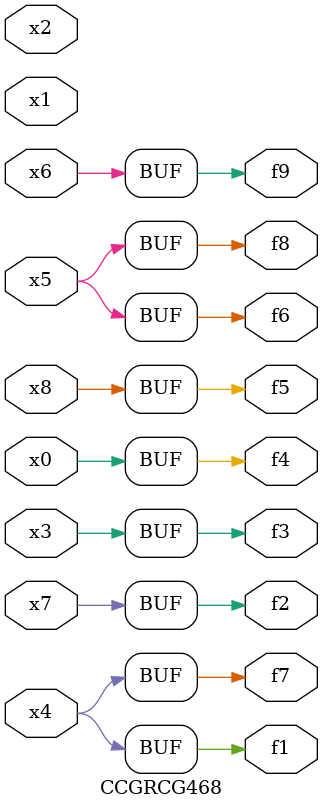
<source format=v>
module CCGRCG468(
	input x0, x1, x2, x3, x4, x5, x6, x7, x8,
	output f1, f2, f3, f4, f5, f6, f7, f8, f9
);
	assign f1 = x4;
	assign f2 = x7;
	assign f3 = x3;
	assign f4 = x0;
	assign f5 = x8;
	assign f6 = x5;
	assign f7 = x4;
	assign f8 = x5;
	assign f9 = x6;
endmodule

</source>
